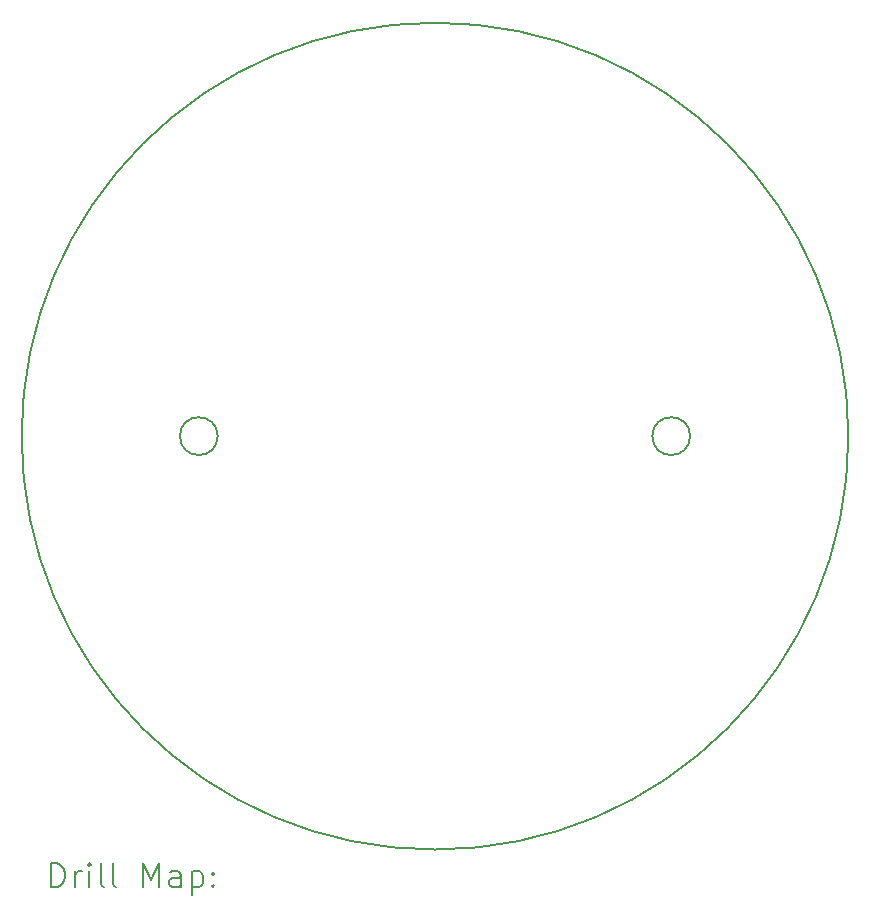
<source format=gbr>
%FSLAX45Y45*%
G04 Gerber Fmt 4.5, Leading zero omitted, Abs format (unit mm)*
G04 Created by KiCad (PCBNEW 6.0.5-a6ca702e91~116~ubuntu20.04.1) date 2022-06-19 21:19:39*
%MOMM*%
%LPD*%
G01*
G04 APERTURE LIST*
%TA.AperFunction,Profile*%
%ADD10C,0.200000*%
%TD*%
%TA.AperFunction,Profile*%
%ADD11C,0.150000*%
%TD*%
%ADD12C,0.200000*%
G04 APERTURE END LIST*
D10*
X8160000Y-10000000D02*
G75*
G03*
X8160000Y-10000000I-160000J0D01*
G01*
D11*
X13500000Y-10000000D02*
G75*
G03*
X13500000Y-10000000I-3500000J0D01*
G01*
D10*
X12160000Y-10000000D02*
G75*
G03*
X12160000Y-10000000I-160000J0D01*
G01*
D12*
X6750119Y-13817976D02*
X6750119Y-13617976D01*
X6797738Y-13617976D01*
X6826309Y-13627500D01*
X6845357Y-13646548D01*
X6854881Y-13665595D01*
X6864405Y-13703690D01*
X6864405Y-13732262D01*
X6854881Y-13770357D01*
X6845357Y-13789405D01*
X6826309Y-13808452D01*
X6797738Y-13817976D01*
X6750119Y-13817976D01*
X6950119Y-13817976D02*
X6950119Y-13684643D01*
X6950119Y-13722738D02*
X6959643Y-13703690D01*
X6969167Y-13694167D01*
X6988214Y-13684643D01*
X7007262Y-13684643D01*
X7073928Y-13817976D02*
X7073928Y-13684643D01*
X7073928Y-13617976D02*
X7064405Y-13627500D01*
X7073928Y-13637024D01*
X7083452Y-13627500D01*
X7073928Y-13617976D01*
X7073928Y-13637024D01*
X7197738Y-13817976D02*
X7178690Y-13808452D01*
X7169167Y-13789405D01*
X7169167Y-13617976D01*
X7302500Y-13817976D02*
X7283452Y-13808452D01*
X7273928Y-13789405D01*
X7273928Y-13617976D01*
X7531071Y-13817976D02*
X7531071Y-13617976D01*
X7597738Y-13760833D01*
X7664405Y-13617976D01*
X7664405Y-13817976D01*
X7845357Y-13817976D02*
X7845357Y-13713214D01*
X7835833Y-13694167D01*
X7816786Y-13684643D01*
X7778690Y-13684643D01*
X7759643Y-13694167D01*
X7845357Y-13808452D02*
X7826309Y-13817976D01*
X7778690Y-13817976D01*
X7759643Y-13808452D01*
X7750119Y-13789405D01*
X7750119Y-13770357D01*
X7759643Y-13751309D01*
X7778690Y-13741786D01*
X7826309Y-13741786D01*
X7845357Y-13732262D01*
X7940595Y-13684643D02*
X7940595Y-13884643D01*
X7940595Y-13694167D02*
X7959643Y-13684643D01*
X7997738Y-13684643D01*
X8016786Y-13694167D01*
X8026309Y-13703690D01*
X8035833Y-13722738D01*
X8035833Y-13779881D01*
X8026309Y-13798928D01*
X8016786Y-13808452D01*
X7997738Y-13817976D01*
X7959643Y-13817976D01*
X7940595Y-13808452D01*
X8121548Y-13798928D02*
X8131071Y-13808452D01*
X8121548Y-13817976D01*
X8112024Y-13808452D01*
X8121548Y-13798928D01*
X8121548Y-13817976D01*
X8121548Y-13694167D02*
X8131071Y-13703690D01*
X8121548Y-13713214D01*
X8112024Y-13703690D01*
X8121548Y-13694167D01*
X8121548Y-13713214D01*
M02*

</source>
